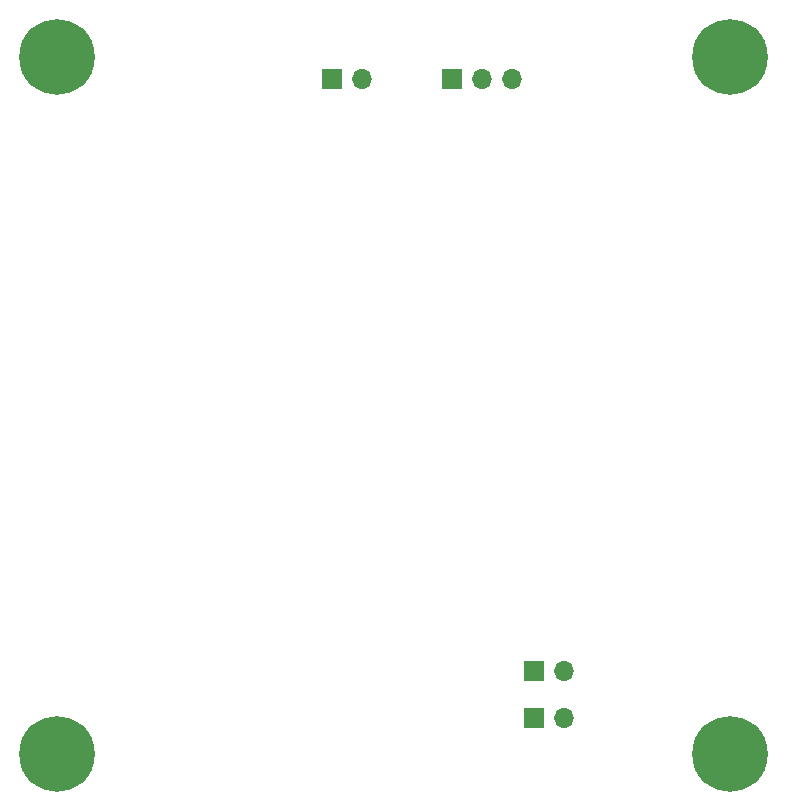
<source format=gbs>
%TF.GenerationSoftware,KiCad,Pcbnew,8.0.0-8.0.0-1~ubuntu22.04.1*%
%TF.CreationDate,2024-09-22T20:46:00-05:00*%
%TF.ProjectId,LCR_meter,4c43525f-6d65-4746-9572-2e6b69636164,rev?*%
%TF.SameCoordinates,Original*%
%TF.FileFunction,Soldermask,Bot*%
%TF.FilePolarity,Negative*%
%FSLAX46Y46*%
G04 Gerber Fmt 4.6, Leading zero omitted, Abs format (unit mm)*
G04 Created by KiCad (PCBNEW 8.0.0-8.0.0-1~ubuntu22.04.1) date 2024-09-22 20:46:00*
%MOMM*%
%LPD*%
G01*
G04 APERTURE LIST*
%ADD10C,0.800000*%
%ADD11C,6.400000*%
%ADD12R,1.700000X1.700000*%
%ADD13O,1.700000X1.700000*%
G04 APERTURE END LIST*
D10*
%TO.C,H4*%
X178600000Y-133000000D03*
X179302944Y-131302944D03*
X179302944Y-134697056D03*
X181000000Y-130600000D03*
D11*
X181000000Y-133000000D03*
D10*
X181000000Y-135400000D03*
X182697056Y-131302944D03*
X182697056Y-134697056D03*
X183400000Y-133000000D03*
%TD*%
%TO.C,H3*%
X121600000Y-133000000D03*
X122302944Y-131302944D03*
X122302944Y-134697056D03*
X124000000Y-130600000D03*
D11*
X124000000Y-133000000D03*
D10*
X124000000Y-135400000D03*
X125697056Y-131302944D03*
X125697056Y-134697056D03*
X126400000Y-133000000D03*
%TD*%
D12*
%TO.C,J4*%
X157520000Y-75900000D03*
D13*
X160060000Y-75900000D03*
X162600000Y-75900000D03*
%TD*%
D12*
%TO.C,J3*%
X147360000Y-75900000D03*
D13*
X149900000Y-75900000D03*
%TD*%
D12*
%TO.C,J2*%
X164460000Y-126000000D03*
D13*
X167000000Y-126000000D03*
%TD*%
D12*
%TO.C,J1*%
X164460000Y-130000000D03*
D13*
X167000000Y-130000000D03*
%TD*%
D10*
%TO.C,H1*%
X121600000Y-74000000D03*
X122302944Y-72302944D03*
X122302944Y-75697056D03*
X124000000Y-71600000D03*
D11*
X124000000Y-74000000D03*
D10*
X124000000Y-76400000D03*
X125697056Y-72302944D03*
X125697056Y-75697056D03*
X126400000Y-74000000D03*
%TD*%
%TO.C,H2*%
X178600000Y-74000000D03*
X179302944Y-72302944D03*
X179302944Y-75697056D03*
X181000000Y-71600000D03*
D11*
X181000000Y-74000000D03*
D10*
X181000000Y-76400000D03*
X182697056Y-72302944D03*
X182697056Y-75697056D03*
X183400000Y-74000000D03*
%TD*%
M02*

</source>
